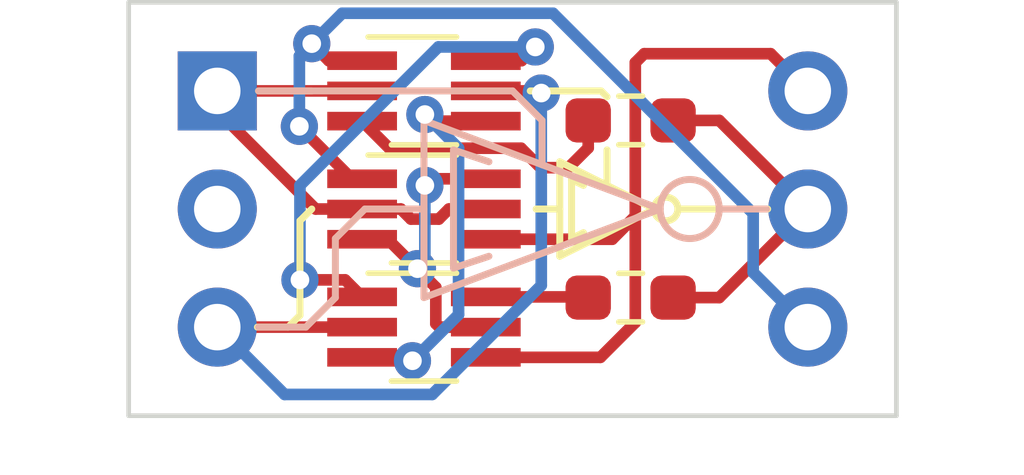
<source format=kicad_pcb>
(kicad_pcb (version 20211014) (generator pcbnew)
  (layers (0 "F.Cu" signal) (31 "B.Cu" signal) (34 "B.Paste" user) (35 "F.Paste" user) (36 "B.SilkS" user "B.Silkscreen") (37 "F.SilkS" user "F.Silkscreen") (38 "B.Mask" user) (39 "F.Mask" user) (44 "Edge.Cuts" user))
  (net 0 "")
  (net 1 "Gate")
  (net 3 "In")
  (net 4 "VDD")
  (net 5 "Out")
  (net 6 "VSS")
  (net 7 "Net-(Q1-Pad3)")
  (net 8 "Net-(Q2-Pad1)")
  (net 9 "Net-(Q2-Pad3)")
  (net 10 "Net-(Q2-Pad6)")
  (net 11 "Net-(Q3-Pad3)")
  (footprint "Package_TO_SOT_SMD:SOT-363_SC-70-6_Handsoldering" (layer "F.Cu") (at 146.685 104.14)
    (fp_text reference "Q2" hide)
    (fp_text value "BSS8402DW-7-F")
    (fp_line (start -0.7 1.16) (end 0.7 1.16) (layer "F.SilkS") (width 0.12))
    (fp_line (start 0.7 -1.16) (end -1.2 -1.16) (layer "F.SilkS") (width 0.12))
    (pad "1" smd rect (at -1.33 -0.65) (size 1.5 0.4) (layers "F.Cu" "F.Paste" "F.Mask") (net 8 "Net-(Q2-Pad1)"))
    (pad "2" smd rect (at -1.33 0) (size 1.5 0.4) (layers "F.Cu" "F.Paste" "F.Mask") (net 3 "In"))
    (pad "3" smd rect (at -1.33 0.65) (size 1.5 0.4) (layers "F.Cu" "F.Paste" "F.Mask") (net 9 "Net-(Q2-Pad3)"))
    (pad "4" smd rect (at 1.33 0.65) (size 1.5 0.4) (layers "F.Cu" "F.Paste" "F.Mask") (net 4 "VDD"))
    (pad "5" smd rect (at 1.33 0) (size 1.5 0.4) (layers "F.Cu" "F.Paste" "F.Mask") (net 7 "Net-(Q1-Pad3)"))
    (pad "6" smd rect (at 1.33 -0.65) (size 1.5 0.4) (layers "F.Cu" "F.Paste" "F.Mask") (net 10 "Net-(Q2-Pad6)"))
  )
  (footprint "Tritium:PinHeader_1x03_P2.54mm_Vertical_NoSilkscreen" (layer "F.Cu") (at 154.94 99.06)
    (fp_text reference "J2" hide)
    (fp_text value "Conn_01x03")
    (pad "1" thru_hole circle (at 0 0) (size 1.7 1.7) (drill 1) (layers *.Cu *.Mask) (net 4 "VDD"))
    (pad "2" thru_hole oval (at 0 2.54) (size 1.7 1.7) (drill 1) (layers *.Cu *.Mask) (net 5 "Out"))
    (pad "3" thru_hole oval (at 0 5.08) (size 1.7 1.7) (drill 1) (layers *.Cu *.Mask) (net 6 "VSS"))
  )
  (footprint "Tritium:PinHeader_1x03_P2.54mm_Vertical_NoSilkscreen" (layer "F.Cu") (at 142.24 99.06)
    (fp_text reference "J1" hide)
    (fp_text value "Conn_01x03")
    (pad "1" thru_hole rect (at 0 0) (size 1.7 1.7) (drill 1) (layers *.Cu *.Mask) (net 1 "Gate"))
    (pad "2" thru_hole oval (at 0 2.54) (size 1.7 1.7) (drill 1) (layers *.Cu *.Mask))
    (pad "3" thru_hole oval (at 0 5.08) (size 1.7 1.7) (drill 1) (layers *.Cu *.Mask) (net 3 "In"))
  )
  (footprint "Resistor_SMD:R_0603_1608Metric_Pad0.98x0.95mm_HandSolder" (layer "F.Cu") (at 151.13 99.695)
    (fp_text reference "R1" hide)
    (fp_text value "12k")
    (fp_line (start -0.254724 0.5225) (end 0.254724 0.5225) (layer "F.SilkS") (width 0.12))
    (fp_line (start -0.254724 -0.5225) (end 0.254724 -0.5225) (layer "F.SilkS") (width 0.12))
    (pad "1" smd roundrect (at -0.9125 0) (size 0.975 0.95) (layers "F.Cu" "F.Paste" "F.Mask") (net 11 "Net-(Q3-Pad3)"))
    (pad "2" smd roundrect (at 0.9125 0) (size 0.975 0.95) (layers "F.Cu" "F.Paste" "F.Mask") (net 5 "Out"))
  )
  (footprint "Resistor_SMD:R_0603_1608Metric_Pad0.98x0.95mm_HandSolder" (layer "F.Cu") (at 151.13 103.505 180)
    (fp_text reference "R2" hide)
    (fp_text value "12k")
    (fp_line (start -0.254724 -0.5225) (end 0.254724 -0.5225) (layer "F.SilkS") (width 0.12))
    (fp_line (start -0.254724 0.5225) (end 0.254724 0.5225) (layer "F.SilkS") (width 0.12))
    (pad "1" smd roundrect (at -0.9125 0 180) (size 0.975 0.95) (layers "F.Cu" "F.Paste" "F.Mask") (net 5 "Out"))
    (pad "2" smd roundrect (at 0.9125 0 180) (size 0.975 0.95) (layers "F.Cu" "F.Paste" "F.Mask") (net 10 "Net-(Q2-Pad6)"))
  )
  (footprint "Package_TO_SOT_SMD:SOT-363_SC-70-6_Handsoldering" (layer "F.Cu") (at 146.685 99.06)
    (fp_text reference "Q3" hide)
    (fp_text value "BSS8402DW-7-F")
    (fp_line (start -0.7 1.16) (end 0.7 1.16) (layer "F.SilkS") (width 0.12))
    (fp_line (start 0.7 -1.16) (end -1.2 -1.16) (layer "F.SilkS") (width 0.12))
    (pad "1" smd rect (at -1.33 -0.65) (size 1.5 0.4) (layers "F.Cu" "F.Paste" "F.Mask") (net 6 "VSS"))
    (pad "2" smd rect (at -1.33 0) (size 1.5 0.4) (layers "F.Cu" "F.Paste" "F.Mask") (net 1 "Gate"))
    (pad "3" smd rect (at -1.33 0.65) (size 1.5 0.4) (layers "F.Cu" "F.Paste" "F.Mask") (net 11 "Net-(Q3-Pad3)"))
    (pad "4" smd rect (at 1.33 0.65) (size 1.5 0.4) (layers "F.Cu" "F.Paste" "F.Mask") (net 9 "Net-(Q2-Pad3)"))
    (pad "5" smd rect (at 1.33 0) (size 1.5 0.4) (layers "F.Cu" "F.Paste" "F.Mask") (net 3 "In"))
    (pad "6" smd rect (at 1.33 -0.65) (size 1.5 0.4) (layers "F.Cu" "F.Paste" "F.Mask") (net 8 "Net-(Q2-Pad1)"))
  )
  (footprint "Package_TO_SOT_SMD:SOT-363_SC-70-6_Handsoldering" (layer "F.Cu") (at 146.685 101.6)
    (fp_text reference "Q1" hide)
    (fp_text value "BSS8402DW-7-F")
    (fp_line (start 0.7 -1.16) (end -1.2 -1.16) (layer "F.SilkS") (width 0.12))
    (fp_line (start -0.7 1.16) (end 0.7 1.16) (layer "F.SilkS") (width 0.12))
    (pad "1" smd rect (at -1.33 -0.65) (size 1.5 0.4) (layers "F.Cu" "F.Paste" "F.Mask") (net 6 "VSS"))
    (pad "2" smd rect (at -1.33 0) (size 1.5 0.4) (layers "F.Cu" "F.Paste" "F.Mask") (net 1 "Gate"))
    (pad "3" smd rect (at -1.33 0.65) (size 1.5 0.4) (layers "F.Cu" "F.Paste" "F.Mask") (net 7 "Net-(Q1-Pad3)"))
    (pad "4" smd rect (at 1.33 0.65) (size 1.5 0.4) (layers "F.Cu" "F.Paste" "F.Mask") (net 4 "VDD"))
    (pad "5" smd rect (at 1.33 0) (size 1.5 0.4) (layers "F.Cu" "F.Paste" "F.Mask") (net 1 "Gate"))
    (pad "6" smd rect (at 1.33 -0.65) (size 1.5 0.4) (layers "F.Cu" "F.Paste" "F.Mask") (net 7 "Net-(Q1-Pad3)"))
  )
  (gr_line (start 151.765 101.6) (end 146.685 99.695) (layer "B.SilkS") (width 0.15))
  (gr_line (start 149.225 100.6475) (end 149.225 99.695) (layer "B.SilkS") (width 0.15))
  (gr_line (start 144.78 102.235) (end 144.78 103.505) (layer "B.SilkS") (width 0.15))
  (gr_line (start 146.685 103.505) (end 151.765 101.6) (layer "B.SilkS") (width 0.15))
  (gr_line (start 146.685 101.6) (end 145.415 101.6) (layer "B.SilkS") (width 0.15))
  (gr_line (start 147.32 102.87) (end 148.082 102.616) (layer "B.SilkS") (width 0.15))
  (gr_line (start 144.78 103.505) (end 144.145 104.14) (layer "B.SilkS") (width 0.15))
  (gr_line (start 146.685 99.695) (end 146.685 103.505) (layer "B.SilkS") (width 0.15))
  (gr_line (start 153.035 101.6) (end 154.051 101.6) (layer "B.SilkS") (width 0.15))
  (gr_line (start 145.415 101.6) (end 144.78 102.235) (layer "B.SilkS") (width 0.15))
  (gr_line (start 147.32 100.33) (end 148.082 100.584) (layer "B.SilkS") (width 0.15))
  (gr_line (start 147.32 100.33) (end 147.32 102.87) (layer "B.SilkS") (width 0.15))
  (gr_line (start 144.145 104.14) (end 143.129 104.14) (layer "B.SilkS") (width 0.15))
  (gr_line (start 149.225 99.695) (end 148.59 99.06) (layer "B.SilkS") (width 0.15))
  (gr_line (start 148.59 99.06) (end 143.129 99.06) (layer "B.SilkS") (width 0.15))
  (gr_circle (center 152.4 101.6) (end 153.035 101.6) (layer "B.SilkS") (width 0.15) (fill none))
  (gr_line (start 149.733 99.06) (end 150.241 99.06) (layer "F.SilkS") (width 0.15))
  (gr_line (start 149.606 102.616) (end 151.638 101.6) (layer "F.SilkS") (width 0.15))
  (gr_line (start 149.86 100.965) (end 150.114 101.092) (layer "F.SilkS") (width 0.15))
  (gr_line (start 144.018 101.854) (end 144.018 103.886) (layer "F.SilkS") (width 0.15))
  (gr_line (start 152.146 101.6) (end 154.0764 101.6) (layer "F.SilkS") (width 0.15))
  (gr_line (start 150.622 99.187) (end 150.495 99.06) (layer "F.SilkS") (width 0.15))
  (gr_line (start 143.764 104.14) (end 143.1036 104.14) (layer "F.SilkS") (width 0.15))
  (gr_line (start 151.638 101.6) (end 149.606 100.584) (layer "F.SilkS") (width 0.15))
  (gr_line (start 148.971 99.06) (end 149.733 99.06) (layer "F.SilkS") (width 0.15))
  (gr_line (start 149.606 100.584) (end 149.606 102.616) (layer "F.SilkS") (width 0.15))
  (gr_circle (center 151.892 101.6) (end 152.146 101.6) (layer "F.SilkS") (width 0.15) (fill none))
  (gr_line (start 144.018 103.886) (end 143.764 104.14) (layer "F.SilkS") (width 0.15))
  (gr_line (start 150.622 101.092) (end 150.622 100.584) (layer "F.SilkS") (width 0.15))
  (gr_line (start 144.272 101.6) (end 144.018 101.854) (layer "F.SilkS") (width 0.15))
  (gr_line (start 150.622 100.584) (end 150.622 100.33) (layer "F.SilkS") (width 0.15))
  (gr_line (start 149.606 101.6) (end 149.098 101.6) (layer "F.SilkS") (width 0.15))
  (gr_line (start 149.86 102.235) (end 150.114 102.108) (layer "F.SilkS") (width 0.15))
  (gr_line (start 149.86 100.965) (end 149.86 102.235) (layer "F.SilkS") (width 0.15))
  (gr_line (start 143.129 99.06) (end 144.272 99.06) (layer "F.SilkS") (width 0.15))
  (gr_line (start 150.495 99.06) (end 150.241 99.06) (layer "F.SilkS") (width 0.15))
  (gr_line (start 140.335 97.155) (end 156.845 97.155) (layer "Edge.Cuts") (width 0.1))
  (gr_line (start 140.335 106.045) (end 140.335 97.155) (layer "Edge.Cuts") (width 0.1))
  (gr_line (start 156.845 97.155) (end 156.845 106.045) (layer "Edge.Cuts") (width 0.1))
  (gr_line (start 156.845 106.045) (end 140.335 106.045) (layer "Edge.Cuts") (width 0.1))
  (segment (start 144.355 101.6) (end 145.355 101.6) (width 0.25) (layer "F.Cu") (net 1))
  (segment (start 142.24 99.06) (end 145.355 99.06) (width 0.25) (layer "F.Cu") (net 1))
  (segment (start 147.0046 101.8165) (end 146.404404 101.8165) (width 0.25) (layer "F.Cu") (net 1))
  (segment (start 142.24 99.06) (end 142.24 99.485) (width 0.25) (layer "F.Cu") (net 1))
  (segment (start 142.24 99.485) (end 144.355 101.6) (width 0.25) (layer "F.Cu") (net 1))
  (segment (start 146.187904 101.6) (end 145.355 101.6) (width 0.25) (layer "F.Cu") (net 1))
  (segment (start 146.404404 101.8165) (end 146.187904 101.6) (width 0.25) (layer "F.Cu") (net 1))
  (segment (start 147.2211 101.6) (end 147.0046 101.8165) (width 0.25) (layer "F.Cu") (net 1))
  (segment (start 148.015 101.6) (end 147.2211 101.6) (width 0.25) (layer "F.Cu") (net 1))
  (segment (start 145.355 104.14) (end 142.24 104.14) (width 0.25) (layer "F.Cu") (net 3))
  (segment (start 148.015 99.06) (end 149.16193 99.06) (width 0.25) (layer "F.Cu") (net 3))
  (segment (start 149.16193 99.06) (end 149.207898 99.105968) (width 0.25) (layer "F.Cu") (net 3))
  (via (at 149.207898 99.105968) (size 0.8) (drill 0.4) (layers "F.Cu" "B.Cu") (net 3))
  (segment (start 149.207898 99.105968) (end 149.207898 103.242702) (width 0.25) (layer "B.Cu") (net 3))
  (segment (start 146.8628 105.5878) (end 143.6878 105.5878) (width 0.25) (layer "B.Cu") (net 3))
  (segment (start 143.6878 105.5878) (end 142.24 104.14) (width 0.25) (layer "B.Cu") (net 3))
  (segment (start 149.207898 103.242702) (end 146.8628 105.5878) (width 0.25) (layer "B.Cu") (net 3))
  (segment (start 154.14 98.26) (end 154.94 99.06) (width 0.25) (layer "F.Cu") (net 4))
  (segment (start 151.23 101.754) (end 151.23 98.452) (width 0.25) (layer "F.Cu") (net 4))
  (segment (start 150.734 102.25) (end 151.23 101.754) (width 0.25) (layer "F.Cu") (net 4))
  (segment (start 150.48 104.79) (end 151.23 104.04) (width 0.25) (layer "F.Cu") (net 4))
  (segment (start 148.015 102.25) (end 150.734 102.25) (width 0.25) (layer "F.Cu") (net 4))
  (segment (start 151.23 104.04) (end 151.23 101.754) (width 0.25) (layer "F.Cu") (net 4))
  (segment (start 151.23 98.452) (end 151.422 98.26) (width 0.25) (layer "F.Cu") (net 4))
  (segment (start 148.015 104.79) (end 150.48 104.79) (width 0.25) (layer "F.Cu") (net 4))
  (segment (start 151.422 98.26) (end 154.14 98.26) (width 0.25) (layer "F.Cu") (net 4))
  (segment (start 152.0425 103.505) (end 153.035 103.505) (width 0.25) (layer "F.Cu") (net 5))
  (segment (start 153.035 103.505) (end 154.94 101.6) (width 0.25) (layer "F.Cu") (net 5))
  (segment (start 152.0425 99.695) (end 153.035 99.695) (width 0.25) (layer "F.Cu") (net 5))
  (segment (start 153.035 99.695) (end 154.94 101.6) (width 0.25) (layer "F.Cu") (net 5))
  (segment (start 145.355 100.95) (end 145.133498 100.95) (width 0.25) (layer "F.Cu") (net 6))
  (segment (start 145.355 98.41) (end 144.638 98.41) (width 0.25) (layer "F.Cu") (net 6))
  (segment (start 144.638 98.41) (end 144.272 98.044) (width 0.25) (layer "F.Cu") (net 6))
  (segment (start 145.133498 100.95) (end 144.005498 99.822) (width 0.25) (layer "F.Cu") (net 6))
  (via (at 144.272 98.044) (size 0.8) (drill 0.4) (layers "F.Cu" "B.Cu") (net 6))
  (via (at 144.005498 99.822) (size 0.8) (drill 0.4) (layers "F.Cu" "B.Cu") (net 6))
  (segment (start 144.925696 97.390304) (end 149.460304 97.390304) (width 0.25) (layer "B.Cu") (net 6))
  (segment (start 149.460304 97.390304) (end 153.765 101.695) (width 0.25) (layer "B.Cu") (net 6))
  (segment (start 144.272 98.044) (end 144.925696 97.390304) (width 0.25) (layer "B.Cu") (net 6))
  (segment (start 144.005498 99.822) (end 144.005498 98.310502) (width 0.25) (layer "B.Cu") (net 6))
  (segment (start 144.005498 98.310502) (end 144.272 98.044) (width 0.25) (layer "B.Cu") (net 6))
  (segment (start 153.765 102.965) (end 154.94 104.14) (width 0.25) (layer "B.Cu") (net 6))
  (segment (start 153.765 101.695) (end 153.765 102.965) (width 0.25) (layer "B.Cu") (net 6))
  (segment (start 146.94 104.065) (end 147.015 104.14) (width 0.25) (layer "F.Cu") (net 7))
  (segment (start 146.846502 100.95) (end 146.704502 101.092) (width 0.25) (layer "F.Cu") (net 7))
  (segment (start 147.015 104.14) (end 148.015 104.14) (width 0.25) (layer "F.Cu") (net 7))
  (segment (start 145.905 102.25) (end 146.5415 102.8865) (width 0.25) (layer "F.Cu") (net 7))
  (segment (start 145.355 102.25) (end 145.905 102.25) (width 0.25) (layer "F.Cu") (net 7))
  (segment (start 148.015 100.95) (end 146.846502 100.95) (width 0.25) (layer "F.Cu") (net 7))
  (segment (start 146.94 103.285) (end 146.94 104.065) (width 0.25) (layer "F.Cu") (net 7))
  (segment (start 146.5415 102.8865) (end 146.94 103.285) (width 0.25) (layer "F.Cu") (net 7))
  (via (at 146.704502 101.092) (size 0.8) (drill 0.4) (layers "F.Cu" "B.Cu") (net 7))
  (via (at 146.545226 102.883056) (size 0.8) (drill 0.4) (layers "F.Cu" "B.Cu") (net 7))
  (segment (start 146.704502 102.72378) (end 146.545226 102.883056) (width 0.25) (layer "B.Cu") (net 7))
  (segment (start 146.704502 101.092) (end 146.704502 102.72378) (width 0.25) (layer "B.Cu") (net 7))
  (segment (start 148.015 98.41) (end 148.783866 98.41) (width 0.25) (layer "F.Cu") (net 8))
  (segment (start 144.018 103.124) (end 144.989 103.124) (width 0.25) (layer "F.Cu") (net 8))
  (segment (start 144.989 103.124) (end 145.355 103.49) (width 0.25) (layer "F.Cu") (net 8))
  (segment (start 148.783866 98.41) (end 149.079062 98.114804) (width 0.25) (layer "F.Cu") (net 8))
  (via (at 149.079062 98.114804) (size 0.8) (drill 0.4) (layers "F.Cu" "B.Cu") (net 8))
  (via (at 144.018 103.124) (size 0.8) (drill 0.4) (layers "F.Cu" "B.Cu") (net 8))
  (segment (start 146.995196 98.114804) (end 149.079062 98.114804) (width 0.25) (layer "B.Cu") (net 8))
  (segment (start 144.018 101.092) (end 146.995196 98.114804) (width 0.25) (layer "B.Cu") (net 8))
  (segment (start 144.018 103.124) (end 144.018 101.092) (width 0.25) (layer "B.Cu") (net 8))
  (segment (start 145.355 104.79) (end 146.364305 104.79) (width 0.25) (layer "F.Cu") (net 9))
  (segment (start 146.364305 104.79) (end 146.437605 104.8633) (width 0.25) (layer "F.Cu") (net 9))
  (segment (start 146.704502 99.568) (end 146.846502 99.71) (width 0.25) (layer "F.Cu") (net 9))
  (segment (start 146.846502 99.71) (end 148.015 99.71) (width 0.25) (layer "F.Cu") (net 9))
  (via (at 146.704502 99.568) (size 0.8) (drill 0.4) (layers "F.Cu" "B.Cu") (net 9))
  (via (at 146.437605 104.8633) (size 0.8) (drill 0.4) (layers "F.Cu" "B.Cu") (net 9))
  (segment (start 147.429002 100.2925) (end 147.429002 103.871903) (width 0.25) (layer "B.Cu") (net 9))
  (segment (start 147.429002 103.871903) (end 146.437605 104.8633) (width 0.25) (layer "B.Cu") (net 9))
  (segment (start 146.704502 99.568) (end 147.429002 100.2925) (width 0.25) (layer "B.Cu") (net 9))
  (segment (start 150.2025 103.49) (end 150.2175 103.505) (width 0.25) (layer "F.Cu") (net 10))
  (segment (start 148.015 103.49) (end 150.2025 103.49) (width 0.25) (layer "F.Cu") (net 10))
  (segment (start 149.792605 100.711167) (end 149.192409 100.711167) (width 0.25) (layer "F.Cu") (net 11))
  (segment (start 145.9375 100.2925) (end 145.355 99.71) (width 0.25) (layer "F.Cu") (net 11))
  (segment (start 150.2175 100.286272) (end 150.2175 99.695) (width 0.25) (layer "F.Cu") (net 11))
  (segment (start 149.192409 100.711167) (end 148.773742 100.2925) (width 0.25) (layer "F.Cu") (net 11))
  (segment (start 150.2175 100.286272) (end 149.792605 100.711167) (width 0.25) (layer "F.Cu") (net 11))
  (segment (start 148.773742 100.2925) (end 145.9375 100.2925) (width 0.25) (layer "F.Cu") (net 11))
)
</source>
